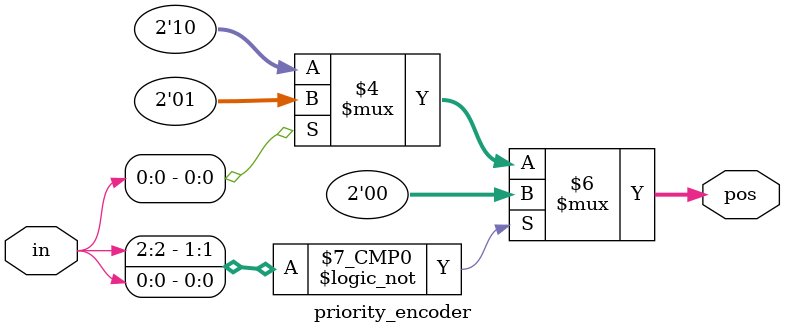
<source format=v>
module priority_encoder( 
input [2:0] in,
output reg [1:0] pos ); 
// When sel=1, assign b to out
// Then take the values of in and 'or' them to determine the output one at a time
always @( in ) 
casex ( in ) 
3'b0x0: pos = 2'b00; // low 4 bits 
3'b?X0: pos = 2'b10; // high 4 bits
3'b??x: pos = 2'b01; // default output = 1
default: pos = 2'bxx;
endcase
endmodule

</source>
